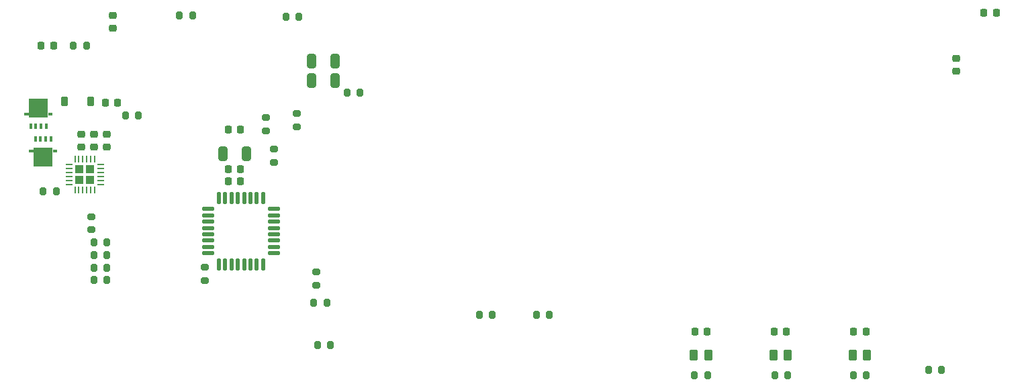
<source format=gbr>
%TF.GenerationSoftware,KiCad,Pcbnew,8.0.0-1.fc39*%
%TF.CreationDate,2024-03-15T22:49:02+01:00*%
%TF.ProjectId,pulsarPCB,70756c73-6172-4504-9342-2e6b69636164,rev?*%
%TF.SameCoordinates,Original*%
%TF.FileFunction,Paste,Bot*%
%TF.FilePolarity,Positive*%
%FSLAX46Y46*%
G04 Gerber Fmt 4.6, Leading zero omitted, Abs format (unit mm)*
G04 Created by KiCad (PCBNEW 8.0.0-1.fc39) date 2024-03-15 22:49:02*
%MOMM*%
%LPD*%
G01*
G04 APERTURE LIST*
G04 Aperture macros list*
%AMRoundRect*
0 Rectangle with rounded corners*
0 $1 Rounding radius*
0 $2 $3 $4 $5 $6 $7 $8 $9 X,Y pos of 4 corners*
0 Add a 4 corners polygon primitive as box body*
4,1,4,$2,$3,$4,$5,$6,$7,$8,$9,$2,$3,0*
0 Add four circle primitives for the rounded corners*
1,1,$1+$1,$2,$3*
1,1,$1+$1,$4,$5*
1,1,$1+$1,$6,$7*
1,1,$1+$1,$8,$9*
0 Add four rect primitives between the rounded corners*
20,1,$1+$1,$2,$3,$4,$5,0*
20,1,$1+$1,$4,$5,$6,$7,0*
20,1,$1+$1,$6,$7,$8,$9,0*
20,1,$1+$1,$8,$9,$2,$3,0*%
G04 Aperture macros list end*
%ADD10RoundRect,0.225000X0.225000X0.375000X-0.225000X0.375000X-0.225000X-0.375000X0.225000X-0.375000X0*%
%ADD11RoundRect,0.225000X-0.225000X-0.250000X0.225000X-0.250000X0.225000X0.250000X-0.225000X0.250000X0*%
%ADD12RoundRect,0.200000X0.275000X-0.200000X0.275000X0.200000X-0.275000X0.200000X-0.275000X-0.200000X0*%
%ADD13RoundRect,0.250000X-0.325000X-0.650000X0.325000X-0.650000X0.325000X0.650000X-0.325000X0.650000X0*%
%ADD14R,0.400000X0.750000*%
%ADD15R,0.530000X0.400000*%
%ADD16R,2.450000X2.400000*%
%ADD17RoundRect,0.218750X0.218750X0.256250X-0.218750X0.256250X-0.218750X-0.256250X0.218750X-0.256250X0*%
%ADD18RoundRect,0.225000X0.250000X-0.225000X0.250000X0.225000X-0.250000X0.225000X-0.250000X-0.225000X0*%
%ADD19RoundRect,0.200000X0.200000X0.275000X-0.200000X0.275000X-0.200000X-0.275000X0.200000X-0.275000X0*%
%ADD20RoundRect,0.225000X0.225000X0.250000X-0.225000X0.250000X-0.225000X-0.250000X0.225000X-0.250000X0*%
%ADD21RoundRect,0.250000X0.325000X0.650000X-0.325000X0.650000X-0.325000X-0.650000X0.325000X-0.650000X0*%
%ADD22RoundRect,0.250000X0.262500X0.450000X-0.262500X0.450000X-0.262500X-0.450000X0.262500X-0.450000X0*%
%ADD23RoundRect,0.218750X0.256250X-0.218750X0.256250X0.218750X-0.256250X0.218750X-0.256250X-0.218750X0*%
%ADD24RoundRect,0.218750X-0.256250X0.218750X-0.256250X-0.218750X0.256250X-0.218750X0.256250X0.218750X0*%
%ADD25RoundRect,0.200000X-0.200000X-0.275000X0.200000X-0.275000X0.200000X0.275000X-0.200000X0.275000X0*%
%ADD26RoundRect,0.125000X-0.125000X0.625000X-0.125000X-0.625000X0.125000X-0.625000X0.125000X0.625000X0*%
%ADD27RoundRect,0.125000X-0.625000X0.125000X-0.625000X-0.125000X0.625000X-0.125000X0.625000X0.125000X0*%
%ADD28RoundRect,0.250000X0.295000X0.295000X-0.295000X0.295000X-0.295000X-0.295000X0.295000X-0.295000X0*%
%ADD29RoundRect,0.062500X0.350000X0.062500X-0.350000X0.062500X-0.350000X-0.062500X0.350000X-0.062500X0*%
%ADD30RoundRect,0.062500X0.062500X0.350000X-0.062500X0.350000X-0.062500X-0.350000X0.062500X-0.350000X0*%
%ADD31RoundRect,0.200000X-0.275000X0.200000X-0.275000X-0.200000X0.275000X-0.200000X0.275000X0.200000X0*%
G04 APERTURE END LIST*
D10*
%TO.C,D10*%
X150400000Y-30600000D03*
X147100000Y-30600000D03*
%TD*%
D11*
%TO.C,C10*%
X167725000Y-34200000D03*
X169275000Y-34200000D03*
%TD*%
%TO.C,C28*%
X263000000Y-19500000D03*
X264550000Y-19500000D03*
%TD*%
D12*
%TO.C,R51*%
X150425000Y-46825000D03*
X150425000Y-45175000D03*
%TD*%
D13*
%TO.C,C13*%
X167025000Y-37200000D03*
X169975000Y-37200000D03*
%TD*%
D14*
%TO.C,Q5*%
X143400000Y-35400000D03*
X144050000Y-35400000D03*
X144700000Y-35400000D03*
X145350000Y-35400000D03*
D15*
X142875000Y-36925000D03*
D16*
X144375000Y-37625000D03*
D15*
X145875000Y-36925000D03*
X142885000Y-36925000D03*
D16*
X144375000Y-37625000D03*
D15*
X145865000Y-36925000D03*
X142875000Y-36925000D03*
D16*
X144375000Y-37625000D03*
D15*
X145875000Y-36925000D03*
X142875000Y-36925000D03*
D16*
X144375000Y-37625000D03*
D15*
X145875000Y-36925000D03*
%TD*%
D12*
%TO.C,R22*%
X178825000Y-53825000D03*
X178825000Y-52175000D03*
%TD*%
D17*
%TO.C,R2*%
X145687500Y-23600000D03*
X144112500Y-23600000D03*
%TD*%
D11*
%TO.C,C11*%
X167725000Y-40700000D03*
X169275000Y-40700000D03*
%TD*%
D18*
%TO.C,C29*%
X152400000Y-36375000D03*
X152400000Y-34825000D03*
%TD*%
D19*
%TO.C,R7*%
X184325000Y-29500000D03*
X182675000Y-29500000D03*
%TD*%
%TO.C,R46*%
X152425000Y-51600000D03*
X150775000Y-51600000D03*
%TD*%
D14*
%TO.C,Q1*%
X144757500Y-33750000D03*
X144107500Y-33750000D03*
X143457500Y-33750000D03*
X142807500Y-33750000D03*
D15*
X145282500Y-32225000D03*
D16*
X143782500Y-31525000D03*
D15*
X142282500Y-32225000D03*
X145272500Y-32225000D03*
D16*
X143782500Y-31525000D03*
D15*
X142292500Y-32225000D03*
X145282500Y-32225000D03*
D16*
X143782500Y-31525000D03*
D15*
X142282500Y-32225000D03*
X145282500Y-32225000D03*
D16*
X143782500Y-31525000D03*
D15*
X142282500Y-32225000D03*
%TD*%
D20*
%TO.C,C17*%
X238125000Y-59650000D03*
X236575000Y-59650000D03*
%TD*%
D21*
%TO.C,C7*%
X181150000Y-25600000D03*
X178200000Y-25600000D03*
%TD*%
D19*
%TO.C,R47*%
X152425000Y-53200000D03*
X150775000Y-53200000D03*
%TD*%
D22*
%TO.C,R13*%
X228262500Y-62650000D03*
X226437500Y-62650000D03*
%TD*%
D21*
%TO.C,C8*%
X181150000Y-28000000D03*
X178200000Y-28000000D03*
%TD*%
D19*
%TO.C,R14*%
X238275000Y-65150000D03*
X236625000Y-65150000D03*
%TD*%
D20*
%TO.C,C16*%
X228125000Y-59650000D03*
X226575000Y-59650000D03*
%TD*%
D11*
%TO.C,C31*%
X152200000Y-30800000D03*
X153750000Y-30800000D03*
%TD*%
D18*
%TO.C,C33*%
X150800000Y-36375000D03*
X150800000Y-34825000D03*
%TD*%
%TO.C,C32*%
X149200000Y-36375000D03*
X149200000Y-34825000D03*
%TD*%
D23*
%TO.C,D9*%
X153207500Y-21367500D03*
X153207500Y-19792500D03*
%TD*%
D24*
%TO.C,D1*%
X259520000Y-25232500D03*
X259520000Y-26807500D03*
%TD*%
D25*
%TO.C,R45*%
X150775000Y-48400000D03*
X152425000Y-48400000D03*
%TD*%
D19*
%TO.C,R18*%
X257650000Y-64500000D03*
X256000000Y-64500000D03*
%TD*%
D25*
%TO.C,R21*%
X178500000Y-56000000D03*
X180150000Y-56000000D03*
%TD*%
D19*
%TO.C,R12*%
X228175000Y-65150000D03*
X226525000Y-65150000D03*
%TD*%
D25*
%TO.C,R10*%
X154775000Y-32400000D03*
X156425000Y-32400000D03*
%TD*%
D11*
%TO.C,C12*%
X167725000Y-39200000D03*
X169275000Y-39200000D03*
%TD*%
D26*
%TO.C,U1*%
X166525000Y-42825000D03*
X167325000Y-42825000D03*
X168125000Y-42825000D03*
X168925000Y-42825000D03*
X169725000Y-42825000D03*
X170525000Y-42825000D03*
X171325000Y-42825000D03*
X172125000Y-42825000D03*
D27*
X173500000Y-44200000D03*
X173500000Y-45000000D03*
X173500000Y-45800000D03*
X173500000Y-46600000D03*
X173500000Y-47400000D03*
X173500000Y-48200000D03*
X173500000Y-49000000D03*
X173500000Y-49800000D03*
D26*
X172125000Y-51175000D03*
X171325000Y-51175000D03*
X170525000Y-51175000D03*
X169725000Y-51175000D03*
X168925000Y-51175000D03*
X168125000Y-51175000D03*
X167325000Y-51175000D03*
X166525000Y-51175000D03*
D27*
X165150000Y-49800000D03*
X165150000Y-49000000D03*
X165150000Y-48200000D03*
X165150000Y-47400000D03*
X165150000Y-46600000D03*
X165150000Y-45800000D03*
X165150000Y-45000000D03*
X165150000Y-44200000D03*
%TD*%
D19*
%TO.C,R16*%
X248175000Y-65150000D03*
X246525000Y-65150000D03*
%TD*%
D20*
%TO.C,C18*%
X248125000Y-59650000D03*
X246575000Y-59650000D03*
%TD*%
D28*
%TO.C,U6*%
X150312500Y-39175000D03*
X150312500Y-40525000D03*
X148962500Y-39175000D03*
X148962500Y-40525000D03*
D29*
X151600000Y-38600000D03*
X151600000Y-39100000D03*
X151600000Y-39600000D03*
X151600000Y-40100000D03*
X151600000Y-40600000D03*
X151600000Y-41100000D03*
D30*
X150887500Y-41812500D03*
X150387500Y-41812500D03*
X149887500Y-41812500D03*
X149387500Y-41812500D03*
X148887500Y-41812500D03*
X148387500Y-41812500D03*
D29*
X147675000Y-41100000D03*
X147675000Y-40600000D03*
X147675000Y-40100000D03*
X147675000Y-39600000D03*
X147675000Y-39100000D03*
X147675000Y-38600000D03*
D30*
X148387500Y-37887500D03*
X148887500Y-37887500D03*
X149387500Y-37887500D03*
X149887500Y-37887500D03*
X150387500Y-37887500D03*
X150887500Y-37887500D03*
%TD*%
D19*
%TO.C,R30*%
X176625000Y-20000000D03*
X174975000Y-20000000D03*
%TD*%
%TO.C,R36*%
X180625000Y-61400000D03*
X178975000Y-61400000D03*
%TD*%
D25*
%TO.C,R29*%
X199375000Y-57600000D03*
X201025000Y-57600000D03*
%TD*%
%TO.C,R31*%
X161575000Y-19800000D03*
X163225000Y-19800000D03*
%TD*%
D31*
%TO.C,R37*%
X173500000Y-36675000D03*
X173500000Y-38325000D03*
%TD*%
D25*
%TO.C,R50*%
X144375000Y-42000000D03*
X146025000Y-42000000D03*
%TD*%
D22*
%TO.C,R17*%
X248262500Y-62650000D03*
X246437500Y-62650000D03*
%TD*%
D31*
%TO.C,R38*%
X172500000Y-32675000D03*
X172500000Y-34325000D03*
%TD*%
%TO.C,R32*%
X164800000Y-51575000D03*
X164800000Y-53225000D03*
%TD*%
D25*
%TO.C,R44*%
X150775000Y-50000000D03*
X152425000Y-50000000D03*
%TD*%
%TO.C,R35*%
X206575000Y-57600000D03*
X208225000Y-57600000D03*
%TD*%
D22*
%TO.C,R15*%
X238262500Y-62650000D03*
X236437500Y-62650000D03*
%TD*%
D12*
%TO.C,R25*%
X176325000Y-33825000D03*
X176325000Y-32175000D03*
%TD*%
D19*
%TO.C,R39*%
X149825000Y-23600000D03*
X148175000Y-23600000D03*
%TD*%
M02*

</source>
